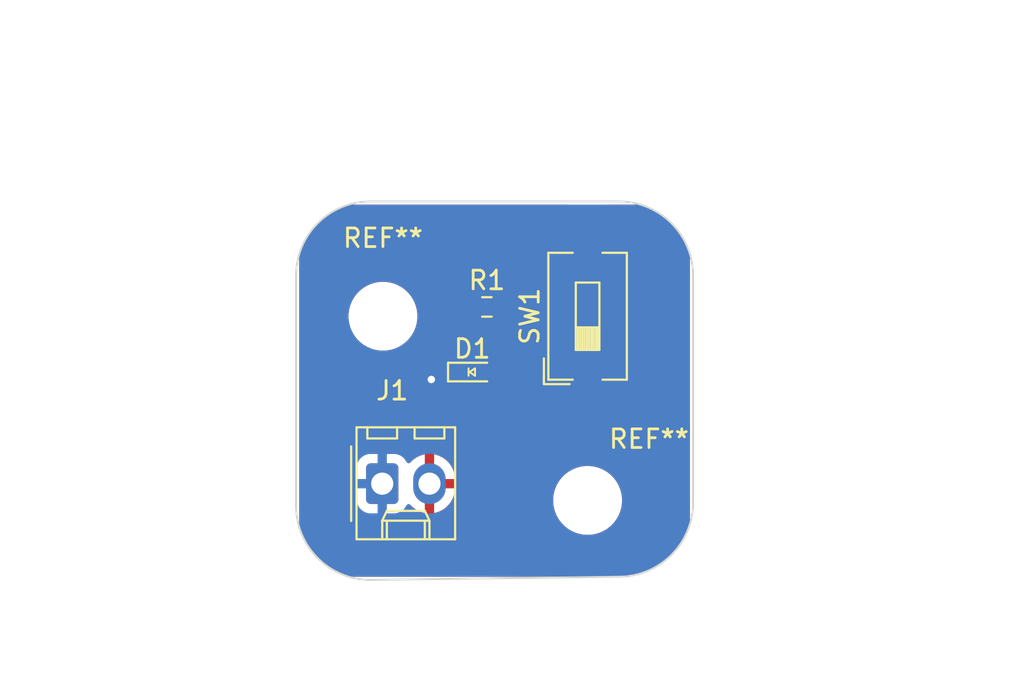
<source format=kicad_pcb>
(kicad_pcb (version 20240108) (generator "pcbnew") (generator_version "8.0")
  (title_block (title "LED Project") (date "2022-08-16") (rev "1.0") (company "Illini Solar Car") (comment 1 "Designed By: Robert Childs"))
  (layers (0 "F.Cu" signal) (31 "B.Cu" signal) (34 "B.Paste" user) (35 "F.Paste" user) (36 "B.SilkS" user "B.Silkscreen") (37 "F.SilkS" user "F.Silkscreen") (38 "B.Mask" user) (39 "F.Mask" user) (44 "Edge.Cuts" user))
  (net 0 "")
  (net 1 "GND")
  (net 2 "Net-(D1-A)")
  (net 3 "+3V3")
  (net 4 "Net-(R1-Pad1)")
  (footprint "Button_Switch_SMD:SW_DIP_SPSTx01_Slide_6.7x4.1mm_W8.61mm_P2.54mm_LowProfile" (layer "F.Cu") (at 122.5 71 90)
    (property "Reference" "SW1" (at 0 -3.11 90) (layer "F.SilkS"))
    (property "Value" "SW_Push")
    (fp_line (start -3.65 -2.35) (end -2.267 -2.35) (stroke (width 0.12)) (layer "F.SilkS"))
    (fp_line (start -3.65 -2.35) (end -3.65 -0.967) (stroke (width 0.12)) (layer "F.SilkS"))
    (fp_line (start 3.41 -2.11) (end 3.41 -0.8) (stroke (width 0.12)) (layer "F.SilkS"))
    (fp_line (start -3.41 -2.11) (end 3.41 -2.11) (stroke (width 0.12)) (layer "F.SilkS"))
    (fp_line (start -3.41 -2.11) (end -3.41 -0.8) (stroke (width 0.12)) (layer "F.SilkS"))
    (fp_line (start 1.81 -0.635) (end -1.81 -0.635) (stroke (width 0.12)) (layer "F.SilkS"))
    (fp_line (start -0.603333 -0.635) (end -0.603333 0.635) (stroke (width 0.12)) (layer "F.SilkS"))
    (fp_line (start -1.81 -0.635) (end -1.81 0.635) (stroke (width 0.12)) (layer "F.SilkS"))
    (fp_line (start -1.81 -0.515) (end -0.603333 -0.515) (stroke (width 0.12)) (layer "F.SilkS"))
    (fp_line (start -1.81 -0.395) (end -0.603333 -0.395) (stroke (width 0.12)) (layer "F.SilkS"))
    (fp_line (start -1.81 -0.275) (end -0.603333 -0.275) (stroke (width 0.12)) (layer "F.SilkS"))
    (fp_line (start -1.81 -0.155) (end -0.603333 -0.155) (stroke (width 0.12)) (layer "F.SilkS"))
    (fp_line (start -1.81 -0.035) (end -0.603333 -0.035) (stroke (width 0.12)) (layer "F.SilkS"))
    (fp_line (start -1.81 0.085) (end -0.603333 0.085) (stroke (width 0.12)) (layer "F.SilkS"))
    (fp_line (start -1.81 0.205) (end -0.603333 0.205) (stroke (width 0.12)) (layer "F.SilkS"))
    (fp_line (start -1.81 0.325) (end -0.603333 0.325) (stroke (width 0.12)) (layer "F.SilkS"))
    (fp_line (start -1.81 0.445) (end -0.603333 0.445) (stroke (width 0.12)) (layer "F.SilkS"))
    (fp_line (start -1.81 0.565) (end -0.603333 0.565) (stroke (width 0.12)) (layer "F.SilkS"))
    (fp_line (start 1.81 0.635) (end 1.81 -0.635) (stroke (width 0.12)) (layer "F.SilkS"))
    (fp_line (start -1.81 0.635) (end 1.81 0.635) (stroke (width 0.12)) (layer "F.SilkS"))
    (fp_line (start 3.41 0.8) (end 3.41 2.11) (stroke (width 0.12)) (layer "F.SilkS"))
    (fp_line (start -3.41 0.8) (end -3.41 2.11) (stroke (width 0.12)) (layer "F.SilkS"))
    (fp_line (start -3.41 2.11) (end 3.41 2.11) (stroke (width 0.12)) (layer "F.SilkS"))
    (pad "1" smd rect (at -4.305 0 90) (size 2.44 1.12) (layers "F.Cu" "F.Paste" "F.Mask") (net 3 "+3V3"))
    (pad "2" smd rect (at 4.305 0 90) (size 2.44 1.12) (layers "F.Cu" "F.Paste" "F.Mask") (net 4 "Net-(R1-Pad1)"))
  )
  (footprint "Resistor_SMD:R_0603_1608Metric_Pad0.98x0.95mm_HandSolder" (layer "F.Cu") (at 117.0875 70.5)
    (property "Reference" "R1" (at 0 -1.43 0) (layer "F.SilkS"))
    (property "Value" "105")
    (fp_line (start -0.254724 -0.5225) (end 0.254724 -0.5225) (stroke (width 0.12)) (layer "F.SilkS"))
    (fp_line (start -0.254724 0.5225) (end 0.254724 0.5225) (stroke (width 0.12)) (layer "F.SilkS"))
    (pad "1" smd roundrect (at -0.9125 0) (size 0.975 0.95) (layers "F.Cu" "F.Paste" "F.Mask") (net 4 "Net-(R1-Pad1)"))
    (pad "2" smd roundrect (at 0.9125 0) (size 0.975 0.95) (layers "F.Cu" "F.Paste" "F.Mask") (net 2 "Net-(D1-A)"))
  )
  (footprint "Connector_Molex:Molex_KK-254_AE-6410-02A_1x02_P2.54mm_Vertical" (layer "F.Cu") (at 111.46 80)
    (property "Reference" "J1" (at 0.54 -5 360) (layer "F.SilkS"))
    (property "Value" "Conn_01x02")
    (fp_line (start -1.67 -2) (end -1.67 2) (stroke (width 0.12)) (layer "F.SilkS"))
    (fp_line (start -1.38 -3.03) (end -1.38 2.99) (stroke (width 0.12)) (layer "F.SilkS"))
    (fp_line (start -1.38 2.99) (end 3.92 2.99) (stroke (width 0.12)) (layer "F.SilkS"))
    (fp_line (start -0.8 -3.03) (end -0.8 -2.43) (stroke (width 0.12)) (layer "F.SilkS"))
    (fp_line (start -0.8 -2.43) (end 0.8 -2.43) (stroke (width 0.12)) (layer "F.SilkS"))
    (fp_line (start 0 1.99) (end 0.25 1.46) (stroke (width 0.12)) (layer "F.SilkS"))
    (fp_line (start 0 1.99) (end 2.54 1.99) (stroke (width 0.12)) (layer "F.SilkS"))
    (fp_line (start 0 2.99) (end 0 1.99) (stroke (width 0.12)) (layer "F.SilkS"))
    (fp_line (start 0.25 1.46) (end 2.29 1.46) (stroke (width 0.12)) (layer "F.SilkS"))
    (fp_line (start 0.25 2.99) (end 0.25 1.99) (stroke (width 0.12)) (layer "F.SilkS"))
    (fp_line (start 0.8 -2.43) (end 0.8 -3.03) (stroke (width 0.12)) (layer "F.SilkS"))
    (fp_line (start 1.74 -3.03) (end 1.74 -2.43) (stroke (width 0.12)) (layer "F.SilkS"))
    (fp_line (start 1.74 -2.43) (end 3.34 -2.43) (stroke (width 0.12)) (layer "F.SilkS"))
    (fp_line (start 2.29 1.46) (end 2.54 1.99) (stroke (width 0.12)) (layer "F.SilkS"))
    (fp_line (start 2.29 2.99) (end 2.29 1.99) (stroke (width 0.12)) (layer "F.SilkS"))
    (fp_line (start 2.54 1.99) (end 2.54 2.99) (stroke (width 0.12)) (layer "F.SilkS"))
    (fp_line (start 3.34 -2.43) (end 3.34 -3.03) (stroke (width 0.12)) (layer "F.SilkS"))
    (fp_line (start 3.92 -3.03) (end -1.38 -3.03) (stroke (width 0.12)) (layer "F.SilkS"))
    (fp_line (start 3.92 2.99) (end 3.92 -3.03) (stroke (width 0.12)) (layer "F.SilkS"))
    (pad "1" thru_hole roundrect (at 0 0) (size 1.74 2.19) (drill 1.19) (layers "*.Cu" "*.Mask") (roundrect_rratio 0.143678) (net 1 "GND"))
    (pad "2" thru_hole oval (at 2.54 0) (size 1.74 2.19) (drill 1.19) (layers "*.Cu" "*.Mask") (net 3 "+3V3"))
  )
  (footprint "MountingHole:MountingHole_3.2mm_M3" (layer "F.Cu") (at 122.5 80.9)
    (property "Reference" "REF**" (at 3.3 -3.3 0) (layer "F.SilkS"))
    (property "Value" "MountingHole_3.2mm_M3")
    (pad "" np_thru_hole circle (at 0 0) (size 3.2 3.2) (drill 3.2) (layers "*.Cu" "*.Mask"))
  )
  (footprint "MountingHole:MountingHole_3.2mm_M3" (layer "F.Cu") (at 111.5 71)
    (property "Reference" "REF**" (at 0 -4.2 0) (layer "F.SilkS"))
    (property "Value" "MountingHole_3.2mm_M3")
    (pad "" np_thru_hole circle (at 0 0) (size 3.2 3.2) (drill 3.2) (layers "*.Cu" "*.Mask"))
  )
  (footprint "layout:LED_0603_Symbol_on_F.SilkS" (layer "F.Cu") (at 116.3 74)
    (property "Reference" "D1" (at 0 -1.25 0) (layer "F.SilkS"))
    (property "Value" "LED_RED")
    (fp_line (start -1.3 -0.5) (end -1.3 0.5) (stroke (width 0.12)) (layer "F.SilkS"))
    (fp_line (start -1.3 -0.5) (end 0.8 -0.5) (stroke (width 0.12)) (layer "F.SilkS"))
    (fp_line (start -1.3 0.5) (end 0.8 0.5) (stroke (width 0.12)) (layer "F.SilkS"))
    (fp_line (start -0.2 -0.2) (end -0.2 0.2) (stroke (width 0.1)) (layer "F.SilkS"))
    (fp_line (start -0.15 0) (end 0.15 -0.2) (stroke (width 0.1)) (layer "F.SilkS"))
    (fp_line (start 0.15 -0.2) (end 0.15 0.2) (stroke (width 0.1)) (layer "F.SilkS"))
    (fp_line (start 0.15 0.2) (end -0.15 0) (stroke (width 0.1)) (layer "F.SilkS"))
    (pad "1" smd rect (at -0.8 0 180) (size 0.8 0.8) (layers "F.Cu" "F.Paste" "F.Mask") (net 1 "GND"))
    (pad "2" smd rect (at 0.8 0 180) (size 0.8 0.8) (layers "F.Cu" "F.Paste" "F.Mask") (net 2 "Net-(D1-A)"))
  )
  (gr_arc (start 128.171573 81) (mid 127 83.828427) (end 124.171573 85) (stroke (width 0.1)) (layer "Edge.Cuts"))
  (gr_arc (start 124.171573 64.828427) (mid 127 66) (end 128.171573 68.828427) (stroke (width 0.1)) (layer "Edge.Cuts"))
  (gr_line (start 110.828427 64.828427) (end 124.171573 64.828427) (stroke (width 0.1)) (layer "Edge.Cuts"))
  (gr_line (start 106.828427 68.828427) (end 106.828427 81.171573) (stroke (width 0.1)) (layer "Edge.Cuts"))
  (gr_arc (start 106.828427 68.828427) (mid 108 66) (end 110.828427 64.828427) (stroke (width 0.1)) (layer "Edge.Cuts"))
  (gr_line (start 128.171573 68.828427) (end 128.171573 81) (stroke (width 0.1)) (layer "Edge.Cuts"))
  (gr_line (start 124.171573 85) (end 110.828427 85.171573) (stroke (width 0.1)) (layer "Edge.Cuts"))
  (gr_arc (start 110.828427 85.171573) (mid 108 84) (end 106.828427 81.171573) (stroke (width 0.1)) (layer "Edge.Cuts"))
  (segment (start 115.5 74) (end 114.5 74) (width 0.25) (layer "F.Cu") (net 1))
  (segment (start 114.5 74) (end 114.1 74.4) (width 0.25) (layer "F.Cu") (net 1))
  (via (at 114.1 74.4) (size 0.8) (drill 0.4) (layers "F.Cu" "B.Cu") (net 1))
  (segment (start 111.46 80) (end 108.7 80) (width 0.25) (layer "B.Cu") (net 1))
  (segment (start 113 75.5) (end 108.7 75.5) (width 0.25) (layer "B.Cu") (net 1))
  (segment (start 108.7 75.5) (end 108.7 80) (width 0.25) (layer "B.Cu") (net 1))
  (segment (start 114.1 74.4) (end 113 75.5) (width 0.25) (layer "B.Cu") (net 1))
  (segment (start 117.1 72.3) (end 117.1 74) (width 0.25) (layer "F.Cu") (net 2))
  (segment (start 118 71.4) (end 117.1 72.3) (width 0.25) (layer "F.Cu") (net 2))
  (segment (start 118 70.5) (end 118 71.4) (width 0.25) (layer "F.Cu") (net 2))
  (segment (start 116.5 75.4) (end 116.595 75.305) (width 0.25) (layer "F.Cu") (net 3))
  (segment (start 116.595 75.305) (end 122.5 75.305) (width 0.25) (layer "F.Cu") (net 3))
  (segment (start 116.5 78.8) (end 116.5 75.4) (width 0.25) (layer "F.Cu") (net 3))
  (segment (start 115.3 80) (end 116.5 78.8) (width 0.25) (layer "F.Cu") (net 3))
  (segment (start 114 80) (end 115.3 80) (width 0.25) (layer "F.Cu") (net 3))
  (segment (start 117 68.8) (end 117 67.2) (width 0.25) (layer "F.Cu") (net 4))
  (segment (start 117.605 66.695) (end 122.5 66.695) (width 0.25) (layer "F.Cu") (net 4))
  (segment (start 116.175 70.5) (end 116.175 69.625) (width 0.25) (layer "F.Cu") (net 4))
  (segment (start 117.4 66.8) (end 117.5 66.8) (width 0.25) (layer "F.Cu") (net 4))
  (segment (start 116.175 69.625) (end 117 68.8) (width 0.25) (layer "F.Cu") (net 4))
  (segment (start 117 67.2) (end 117.4 66.8) (width 0.25) (layer "F.Cu") (net 4))
  (segment (start 117.5 66.8) (end 117.605 66.695) (width 0.25) (layer "F.Cu") (net 4))
  (zone (net 3) (net_name "+3V3") (layer "F.Cu") (connect_pads (clearance 0.508)) (min_thickness 0.25) (fill yes (thermal_gap 0.5) (thermal_bridge_width 0.5))
    (polygon (pts (xy 107 65) (xy 128 65) (xy 128 85) (xy 107 85)))
  )
  (zone (net 1) (net_name "GND") (layer "B.Cu") (priority 1) (connect_pads (clearance 0.508)) (min_thickness 0.25) (fill yes (thermal_gap 0.5) (thermal_bridge_width 0.5))
    (polygon (pts (xy 107 65) (xy 128 65) (xy 128 85) (xy 107 85)))
  )
)
</source>
